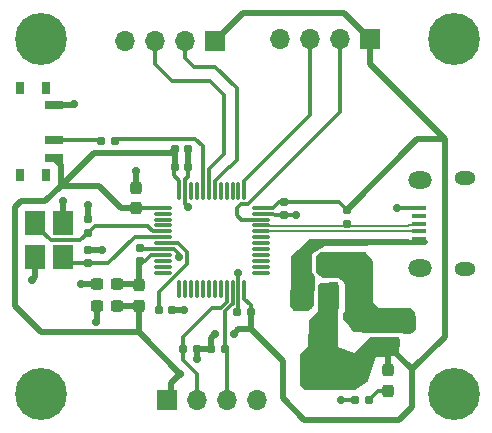
<source format=gbr>
%TF.GenerationSoftware,KiCad,Pcbnew,(6.0.5)*%
%TF.CreationDate,2023-02-15T13:04:29-08:00*%
%TF.ProjectId,STM32tut,53544d33-3274-4757-942e-6b696361645f,rev?*%
%TF.SameCoordinates,Original*%
%TF.FileFunction,Copper,L1,Top*%
%TF.FilePolarity,Positive*%
%FSLAX46Y46*%
G04 Gerber Fmt 4.6, Leading zero omitted, Abs format (unit mm)*
G04 Created by KiCad (PCBNEW (6.0.5)) date 2023-02-15 13:04:29*
%MOMM*%
%LPD*%
G01*
G04 APERTURE LIST*
G04 Aperture macros list*
%AMRoundRect*
0 Rectangle with rounded corners*
0 $1 Rounding radius*
0 $2 $3 $4 $5 $6 $7 $8 $9 X,Y pos of 4 corners*
0 Add a 4 corners polygon primitive as box body*
4,1,4,$2,$3,$4,$5,$6,$7,$8,$9,$2,$3,0*
0 Add four circle primitives for the rounded corners*
1,1,$1+$1,$2,$3*
1,1,$1+$1,$4,$5*
1,1,$1+$1,$6,$7*
1,1,$1+$1,$8,$9*
0 Add four rect primitives between the rounded corners*
20,1,$1+$1,$2,$3,$4,$5,0*
20,1,$1+$1,$4,$5,$6,$7,0*
20,1,$1+$1,$6,$7,$8,$9,0*
20,1,$1+$1,$8,$9,$2,$3,0*%
G04 Aperture macros list end*
%TA.AperFunction,SMDPad,CuDef*%
%ADD10R,0.800000X1.000000*%
%TD*%
%TA.AperFunction,SMDPad,CuDef*%
%ADD11R,1.500000X0.700000*%
%TD*%
%TA.AperFunction,SMDPad,CuDef*%
%ADD12RoundRect,0.155000X-0.155000X0.212500X-0.155000X-0.212500X0.155000X-0.212500X0.155000X0.212500X0*%
%TD*%
%TA.AperFunction,SMDPad,CuDef*%
%ADD13RoundRect,0.075000X-0.662500X-0.075000X0.662500X-0.075000X0.662500X0.075000X-0.662500X0.075000X0*%
%TD*%
%TA.AperFunction,SMDPad,CuDef*%
%ADD14RoundRect,0.075000X-0.075000X-0.662500X0.075000X-0.662500X0.075000X0.662500X-0.075000X0.662500X0*%
%TD*%
%TA.AperFunction,ComponentPad*%
%ADD15R,1.700000X1.700000*%
%TD*%
%TA.AperFunction,ComponentPad*%
%ADD16O,1.700000X1.700000*%
%TD*%
%TA.AperFunction,ComponentPad*%
%ADD17C,4.400000*%
%TD*%
%TA.AperFunction,SMDPad,CuDef*%
%ADD18RoundRect,0.237500X0.300000X0.237500X-0.300000X0.237500X-0.300000X-0.237500X0.300000X-0.237500X0*%
%TD*%
%TA.AperFunction,SMDPad,CuDef*%
%ADD19RoundRect,0.155000X-0.212500X-0.155000X0.212500X-0.155000X0.212500X0.155000X-0.212500X0.155000X0*%
%TD*%
%TA.AperFunction,SMDPad,CuDef*%
%ADD20RoundRect,0.155000X0.212500X0.155000X-0.212500X0.155000X-0.212500X-0.155000X0.212500X-0.155000X0*%
%TD*%
%TA.AperFunction,SMDPad,CuDef*%
%ADD21RoundRect,0.160000X-0.197500X-0.160000X0.197500X-0.160000X0.197500X0.160000X-0.197500X0.160000X0*%
%TD*%
%TA.AperFunction,SMDPad,CuDef*%
%ADD22RoundRect,0.237500X-0.237500X0.287500X-0.237500X-0.287500X0.237500X-0.287500X0.237500X0.287500X0*%
%TD*%
%TA.AperFunction,SMDPad,CuDef*%
%ADD23R,1.800000X2.100000*%
%TD*%
%TA.AperFunction,SMDPad,CuDef*%
%ADD24RoundRect,0.160000X0.197500X0.160000X-0.197500X0.160000X-0.197500X-0.160000X0.197500X-0.160000X0*%
%TD*%
%TA.AperFunction,SMDPad,CuDef*%
%ADD25RoundRect,0.237500X0.237500X-0.300000X0.237500X0.300000X-0.237500X0.300000X-0.237500X-0.300000X0*%
%TD*%
%TA.AperFunction,SMDPad,CuDef*%
%ADD26RoundRect,0.155000X0.155000X-0.212500X0.155000X0.212500X-0.155000X0.212500X-0.155000X-0.212500X0*%
%TD*%
%TA.AperFunction,SMDPad,CuDef*%
%ADD27R,1.500000X2.000000*%
%TD*%
%TA.AperFunction,SMDPad,CuDef*%
%ADD28R,3.800000X2.000000*%
%TD*%
%TA.AperFunction,SMDPad,CuDef*%
%ADD29RoundRect,0.250000X0.475000X-0.337500X0.475000X0.337500X-0.475000X0.337500X-0.475000X-0.337500X0*%
%TD*%
%TA.AperFunction,SMDPad,CuDef*%
%ADD30R,1.300000X0.450000*%
%TD*%
%TA.AperFunction,ComponentPad*%
%ADD31O,1.800000X1.150000*%
%TD*%
%TA.AperFunction,ComponentPad*%
%ADD32O,2.000000X1.450000*%
%TD*%
%TA.AperFunction,SMDPad,CuDef*%
%ADD33RoundRect,0.237500X0.237500X-0.287500X0.237500X0.287500X-0.237500X0.287500X-0.237500X-0.287500X0*%
%TD*%
%TA.AperFunction,SMDPad,CuDef*%
%ADD34RoundRect,0.250000X-0.337500X-0.475000X0.337500X-0.475000X0.337500X0.475000X-0.337500X0.475000X0*%
%TD*%
%TA.AperFunction,SMDPad,CuDef*%
%ADD35RoundRect,0.160000X-0.160000X0.197500X-0.160000X-0.197500X0.160000X-0.197500X0.160000X0.197500X0*%
%TD*%
%TA.AperFunction,ViaPad*%
%ADD36C,0.700000*%
%TD*%
%TA.AperFunction,Conductor*%
%ADD37C,0.300000*%
%TD*%
%TA.AperFunction,Conductor*%
%ADD38C,0.500000*%
%TD*%
%TA.AperFunction,Conductor*%
%ADD39C,0.200000*%
%TD*%
G04 APERTURE END LIST*
D10*
%TO.P,SW1,*%
%TO.N,*%
X120455000Y-69150000D03*
X118245000Y-69150000D03*
X118245000Y-76450000D03*
X120455000Y-76450000D03*
D11*
%TO.P,SW1,1,A*%
%TO.N,GND*%
X121105000Y-70550000D03*
%TO.P,SW1,2,B*%
%TO.N,/SW_BOOT0*%
X121105000Y-73550000D03*
%TO.P,SW1,3,C*%
%TO.N,+3V3*%
X121105000Y-75050000D03*
%TD*%
D12*
%TO.P,C9,1*%
%TO.N,+3V3*%
X140600000Y-78732500D03*
%TO.P,C9,2*%
%TO.N,GND*%
X140600000Y-79867500D03*
%TD*%
D13*
%TO.P,U2,1,VBAT*%
%TO.N,+3V3*%
X130337500Y-79250000D03*
%TO.P,U2,2,PC13*%
%TO.N,unconnected-(U2-Pad2)*%
X130337500Y-79750000D03*
%TO.P,U2,3,PC14*%
%TO.N,unconnected-(U2-Pad3)*%
X130337500Y-80250000D03*
%TO.P,U2,4,PC15*%
%TO.N,unconnected-(U2-Pad4)*%
X130337500Y-80750000D03*
%TO.P,U2,5,PD0*%
%TO.N,/HSE_IN*%
X130337500Y-81250000D03*
%TO.P,U2,6,PD1*%
%TO.N,/HSE_OUT*%
X130337500Y-81750000D03*
%TO.P,U2,7,NRST*%
%TO.N,/NRST*%
X130337500Y-82250000D03*
%TO.P,U2,8,VSSA*%
%TO.N,GND*%
X130337500Y-82750000D03*
%TO.P,U2,9,VDDA*%
%TO.N,+3.3VA*%
X130337500Y-83250000D03*
%TO.P,U2,10,PA0*%
%TO.N,unconnected-(U2-Pad10)*%
X130337500Y-83750000D03*
%TO.P,U2,11,PA1*%
%TO.N,unconnected-(U2-Pad11)*%
X130337500Y-84250000D03*
%TO.P,U2,12,PA2*%
%TO.N,unconnected-(U2-Pad12)*%
X130337500Y-84750000D03*
D14*
%TO.P,U2,13,PA3*%
%TO.N,unconnected-(U2-Pad13)*%
X131750000Y-86162500D03*
%TO.P,U2,14,PA4*%
%TO.N,unconnected-(U2-Pad14)*%
X132250000Y-86162500D03*
%TO.P,U2,15,PA5*%
%TO.N,unconnected-(U2-Pad15)*%
X132750000Y-86162500D03*
%TO.P,U2,16,PA6*%
%TO.N,unconnected-(U2-Pad16)*%
X133250000Y-86162500D03*
%TO.P,U2,17,PA7*%
%TO.N,unconnected-(U2-Pad17)*%
X133750000Y-86162500D03*
%TO.P,U2,18,PB0*%
%TO.N,unconnected-(U2-Pad18)*%
X134250000Y-86162500D03*
%TO.P,U2,19,PB1*%
%TO.N,unconnected-(U2-Pad19)*%
X134750000Y-86162500D03*
%TO.P,U2,20,PB2*%
%TO.N,unconnected-(U2-Pad20)*%
X135250000Y-86162500D03*
%TO.P,U2,21,PB10*%
%TO.N,/I2C2_SCL*%
X135750000Y-86162500D03*
%TO.P,U2,22,PB11*%
%TO.N,/I2C2_SDA*%
X136250000Y-86162500D03*
%TO.P,U2,23,VSS*%
%TO.N,GND*%
X136750000Y-86162500D03*
%TO.P,U2,24,VDD*%
%TO.N,+3V3*%
X137250000Y-86162500D03*
D13*
%TO.P,U2,25,PB12*%
%TO.N,unconnected-(U2-Pad25)*%
X138662500Y-84750000D03*
%TO.P,U2,26,PB13*%
%TO.N,unconnected-(U2-Pad26)*%
X138662500Y-84250000D03*
%TO.P,U2,27,PB14*%
%TO.N,unconnected-(U2-Pad27)*%
X138662500Y-83750000D03*
%TO.P,U2,28,PB15*%
%TO.N,unconnected-(U2-Pad28)*%
X138662500Y-83250000D03*
%TO.P,U2,29,PA8*%
%TO.N,unconnected-(U2-Pad29)*%
X138662500Y-82750000D03*
%TO.P,U2,30,PA9*%
%TO.N,unconnected-(U2-Pad30)*%
X138662500Y-82250000D03*
%TO.P,U2,31,PA10*%
%TO.N,unconnected-(U2-Pad31)*%
X138662500Y-81750000D03*
%TO.P,U2,32,PA11*%
%TO.N,/USB_D-*%
X138662500Y-81250000D03*
%TO.P,U2,33,PA12*%
%TO.N,/USB_D+*%
X138662500Y-80750000D03*
%TO.P,U2,34,PA13*%
%TO.N,/SWDIO*%
X138662500Y-80250000D03*
%TO.P,U2,35,VSS*%
%TO.N,GND*%
X138662500Y-79750000D03*
%TO.P,U2,36,VDD*%
%TO.N,+3V3*%
X138662500Y-79250000D03*
D14*
%TO.P,U2,37,PA14*%
%TO.N,/SWCLK*%
X137250000Y-77837500D03*
%TO.P,U2,38,PA15*%
%TO.N,unconnected-(U2-Pad38)*%
X136750000Y-77837500D03*
%TO.P,U2,39,PB3*%
%TO.N,unconnected-(U2-Pad39)*%
X136250000Y-77837500D03*
%TO.P,U2,40,PB4*%
%TO.N,unconnected-(U2-Pad40)*%
X135750000Y-77837500D03*
%TO.P,U2,41,PB5*%
%TO.N,unconnected-(U2-Pad41)*%
X135250000Y-77837500D03*
%TO.P,U2,42,PB6*%
%TO.N,/UART1_TX*%
X134750000Y-77837500D03*
%TO.P,U2,43,PB7*%
%TO.N,/UART1_RX*%
X134250000Y-77837500D03*
%TO.P,U2,44,BOOT0*%
%TO.N,/BOOT0*%
X133750000Y-77837500D03*
%TO.P,U2,45,PB8*%
%TO.N,unconnected-(U2-Pad45)*%
X133250000Y-77837500D03*
%TO.P,U2,46,PB9*%
%TO.N,unconnected-(U2-Pad46)*%
X132750000Y-77837500D03*
%TO.P,U2,47,VSS*%
%TO.N,GND*%
X132250000Y-77837500D03*
%TO.P,U2,48,VDD*%
%TO.N,+3V3*%
X131750000Y-77837500D03*
%TD*%
D15*
%TO.P,J1,1,Pin_1*%
%TO.N,+3V3*%
X134800000Y-65100000D03*
D16*
%TO.P,J1,2,Pin_2*%
%TO.N,/UART1_TX*%
X132260000Y-65100000D03*
%TO.P,J1,3,Pin_3*%
%TO.N,/UART1_RX*%
X129720000Y-65100000D03*
%TO.P,J1,4,Pin_4*%
%TO.N,GND*%
X127180000Y-65100000D03*
%TD*%
D17*
%TO.P,H4,1,1*%
%TO.N,GND*%
X155000000Y-95000000D03*
%TD*%
D18*
%TO.P,C13,1*%
%TO.N,+3V3*%
X126500000Y-87600000D03*
%TO.P,C13,2*%
%TO.N,GND*%
X124775000Y-87600000D03*
%TD*%
D19*
%TO.P,C10,1*%
%TO.N,+3V3*%
X131332500Y-75800000D03*
%TO.P,C10,2*%
%TO.N,GND*%
X132467500Y-75800000D03*
%TD*%
%TO.P,C5,1*%
%TO.N,/NRST*%
X130000000Y-87900000D03*
%TO.P,C5,2*%
%TO.N,GND*%
X131135000Y-87900000D03*
%TD*%
D15*
%TO.P,J2,1,Pin_1*%
%TO.N,+3V3*%
X130700000Y-95500000D03*
D16*
%TO.P,J2,2,Pin_2*%
%TO.N,/I2C2_SCL*%
X133240000Y-95500000D03*
%TO.P,J2,3,Pin_3*%
%TO.N,/I2C2_SDA*%
X135780000Y-95500000D03*
%TO.P,J2,4,Pin_4*%
%TO.N,GND*%
X138320000Y-95500000D03*
%TD*%
D18*
%TO.P,C12,1*%
%TO.N,+3.3VA*%
X126500000Y-85700000D03*
%TO.P,C12,2*%
%TO.N,GND*%
X124775000Y-85700000D03*
%TD*%
D20*
%TO.P,C8,1*%
%TO.N,+3V3*%
X137767500Y-88100000D03*
%TO.P,C8,2*%
%TO.N,GND*%
X136632500Y-88100000D03*
%TD*%
D21*
%TO.P,R3,1*%
%TO.N,+3V3*%
X134442500Y-91200000D03*
%TO.P,R3,2*%
%TO.N,/I2C2_SDA*%
X135637500Y-91200000D03*
%TD*%
D22*
%TO.P,FB1,1*%
%TO.N,+3.3VA*%
X128300000Y-85825000D03*
%TO.P,FB1,2*%
%TO.N,+3V3*%
X128300000Y-87575000D03*
%TD*%
D23*
%TO.P,Y1,1,1*%
%TO.N,/HSE_IN*%
X119550000Y-80550000D03*
%TO.P,Y1,2,2*%
%TO.N,GND*%
X119550000Y-83450000D03*
%TO.P,Y1,3,3*%
%TO.N,/HSE_OUT*%
X121850000Y-83450000D03*
%TO.P,Y1,4,4*%
%TO.N,GND*%
X121850000Y-80550000D03*
%TD*%
D24*
%TO.P,R2,1*%
%TO.N,+3V3*%
X133237500Y-91200000D03*
%TO.P,R2,2*%
%TO.N,/I2C2_SCL*%
X132042500Y-91200000D03*
%TD*%
D25*
%TO.P,C3,1*%
%TO.N,+3V3*%
X128100000Y-79262500D03*
%TO.P,C3,2*%
%TO.N,GND*%
X128100000Y-77537500D03*
%TD*%
D26*
%TO.P,C4,1*%
%TO.N,/HSE_IN*%
X124000000Y-81367500D03*
%TO.P,C4,2*%
%TO.N,GND*%
X124000000Y-80232500D03*
%TD*%
D15*
%TO.P,J3,1,Pin_1*%
%TO.N,+3V3*%
X147900000Y-65000000D03*
D16*
%TO.P,J3,2,Pin_2*%
%TO.N,/SWDIO*%
X145360000Y-65000000D03*
%TO.P,J3,3,Pin_3*%
%TO.N,/SWCLK*%
X142820000Y-65000000D03*
%TO.P,J3,4,Pin_4*%
%TO.N,GND*%
X140280000Y-65000000D03*
%TD*%
D27*
%TO.P,U1,1,GND*%
%TO.N,GND*%
X146800000Y-86850000D03*
D28*
%TO.P,U1,2,VO*%
%TO.N,+3V3*%
X144500000Y-93150000D03*
D27*
X144500000Y-86850000D03*
%TO.P,U1,3,VI*%
%TO.N,VBUS*%
X142200000Y-86850000D03*
%TD*%
D24*
%TO.P,R1,1*%
%TO.N,/POWER_LED_K*%
X147795000Y-95500000D03*
%TO.P,R1,2*%
%TO.N,GND*%
X146600000Y-95500000D03*
%TD*%
D17*
%TO.P,H1,1,1*%
%TO.N,GND*%
X155000000Y-65000000D03*
%TD*%
D19*
%TO.P,C6,1*%
%TO.N,+3V3*%
X131332500Y-74300000D03*
%TO.P,C6,2*%
%TO.N,GND*%
X132467500Y-74300000D03*
%TD*%
D29*
%TO.P,C2,1*%
%TO.N,+3V3*%
X149400000Y-90937500D03*
%TO.P,C2,2*%
%TO.N,GND*%
X149400000Y-88862500D03*
%TD*%
D17*
%TO.P,H2,1,1*%
%TO.N,GND*%
X120000000Y-65000000D03*
%TD*%
D30*
%TO.P,J4,1,VBUS*%
%TO.N,VBUS*%
X152045000Y-81900000D03*
%TO.P,J4,2,D-*%
%TO.N,/USB_D-*%
X152045000Y-81250000D03*
%TO.P,J4,3,D+*%
%TO.N,/USB_D+*%
X152045000Y-80600000D03*
%TO.P,J4,4,ID*%
%TO.N,unconnected-(J4-Pad4)*%
X152045000Y-79950000D03*
%TO.P,J4,5,GND*%
%TO.N,GND*%
X152045000Y-79300000D03*
D31*
%TO.P,J4,6,Shield*%
%TO.N,unconnected-(J4-Pad6)*%
X155895000Y-76725000D03*
D32*
X152095000Y-76875000D03*
X152095000Y-84325000D03*
D31*
X155895000Y-84475000D03*
%TD*%
D21*
%TO.P,R4,2*%
%TO.N,/BOOT0*%
X126297500Y-73600000D03*
%TO.P,R4,1*%
%TO.N,/SW_BOOT0*%
X125102500Y-73600000D03*
%TD*%
D26*
%TO.P,C7,1*%
%TO.N,/HSE_OUT*%
X124000000Y-83967500D03*
%TO.P,C7,2*%
%TO.N,GND*%
X124000000Y-82832500D03*
%TD*%
%TO.P,C11,1*%
%TO.N,+3.3VA*%
X128400000Y-83767500D03*
%TO.P,C11,2*%
%TO.N,GND*%
X128400000Y-82632500D03*
%TD*%
D17*
%TO.P,H3,1,1*%
%TO.N,GND*%
X120000000Y-95000000D03*
%TD*%
D33*
%TO.P,D1,1,K*%
%TO.N,/POWER_LED_K*%
X149400000Y-94775000D03*
%TO.P,D1,2,A*%
%TO.N,+3V3*%
X149400000Y-93025000D03*
%TD*%
D34*
%TO.P,C1,1*%
%TO.N,VBUS*%
X142162500Y-84100000D03*
%TO.P,C1,2*%
%TO.N,GND*%
X144237500Y-84100000D03*
%TD*%
D35*
%TO.P,R5,1*%
%TO.N,+3V3*%
X145900000Y-79402500D03*
%TO.P,R5,2*%
%TO.N,/USB_D+*%
X145900000Y-80597500D03*
%TD*%
D36*
%TO.N,GND*%
X150200000Y-79300000D03*
X141600000Y-79900000D03*
X122800000Y-70500000D03*
X121900000Y-78700000D03*
X119300000Y-85400000D03*
%TO.N,+3V3*%
X131800000Y-93300000D03*
X133200000Y-92100000D03*
X134800000Y-89900000D03*
X136337000Y-89900000D03*
%TO.N,GND*%
X145400000Y-95500000D03*
X145600000Y-83800000D03*
X145600000Y-84700000D03*
X151000000Y-88800000D03*
X147300000Y-88500000D03*
X146200000Y-88500000D03*
X124000000Y-79000000D03*
X125200000Y-82800000D03*
X132500000Y-79200000D03*
X124700000Y-88900000D03*
X123400000Y-85700000D03*
X131700000Y-83400000D03*
X136700000Y-84800000D03*
X132100000Y-87900000D03*
X128100000Y-76100000D03*
%TD*%
D37*
%TO.N,GND*%
X152045000Y-79300000D02*
X150200000Y-79300000D01*
D38*
%TO.N,+3V3*%
X137100000Y-62800000D02*
X134800000Y-65100000D01*
X145700000Y-62800000D02*
X137100000Y-62800000D01*
X147900000Y-65000000D02*
X145700000Y-62800000D01*
D37*
%TO.N,GND*%
X141567500Y-79867500D02*
X141600000Y-79900000D01*
X140600000Y-79867500D02*
X141567500Y-79867500D01*
D38*
%TO.N,+3V3*%
X154200000Y-73400000D02*
X151902500Y-73400000D01*
X151902500Y-73400000D02*
X145900000Y-79402500D01*
D37*
X145230000Y-78732500D02*
X145900000Y-79402500D01*
X140600000Y-78732500D02*
X145230000Y-78732500D01*
D38*
X147900000Y-67100000D02*
X147900000Y-65000000D01*
X154200000Y-90200000D02*
X154200000Y-73400000D01*
X151462500Y-92937500D02*
X154200000Y-90200000D01*
X151400000Y-92937500D02*
X151462500Y-92937500D01*
X154200000Y-73400000D02*
X147900000Y-67100000D01*
X126762500Y-79262500D02*
X128100000Y-79262500D01*
X124900000Y-77400000D02*
X126762500Y-79262500D01*
X121700000Y-77400000D02*
X124900000Y-77400000D01*
X131032500Y-74600000D02*
X131332500Y-74300000D01*
X124500000Y-74600000D02*
X131032500Y-74600000D01*
X121700000Y-77400000D02*
X124500000Y-74600000D01*
%TO.N,GND*%
X122750000Y-70550000D02*
X122800000Y-70500000D01*
X121105000Y-70550000D02*
X122750000Y-70550000D01*
%TO.N,+3V3*%
X121700000Y-75645000D02*
X121105000Y-75050000D01*
X121700000Y-77400000D02*
X121700000Y-75645000D01*
X120400000Y-78700000D02*
X121700000Y-77400000D01*
X117800000Y-79200000D02*
X118300000Y-78700000D01*
X117800000Y-87600000D02*
X117800000Y-79200000D01*
X120000000Y-89800000D02*
X117800000Y-87600000D01*
X128300000Y-89800000D02*
X120000000Y-89800000D01*
X118300000Y-78700000D02*
X120400000Y-78700000D01*
%TO.N,GND*%
X121850000Y-78750000D02*
X121900000Y-78700000D01*
X121850000Y-80550000D02*
X121850000Y-78750000D01*
X119550000Y-85150000D02*
X119300000Y-85400000D01*
X119550000Y-83450000D02*
X119550000Y-85150000D01*
%TO.N,+3.3VA*%
X128300000Y-83867500D02*
X128400000Y-83767500D01*
X128300000Y-85825000D02*
X128300000Y-83867500D01*
X128175000Y-85700000D02*
X128300000Y-85825000D01*
X126500000Y-85700000D02*
X128175000Y-85700000D01*
%TO.N,+3V3*%
X131800000Y-93300000D02*
X128300000Y-89800000D01*
X128300000Y-89800000D02*
X128300000Y-87575000D01*
X126525000Y-87575000D02*
X126500000Y-87600000D01*
X128300000Y-87575000D02*
X126525000Y-87575000D01*
X131000000Y-94100000D02*
X131000000Y-95200000D01*
X131800000Y-93300000D02*
X131000000Y-94100000D01*
X131000000Y-95200000D02*
X130700000Y-95500000D01*
X133237500Y-91200000D02*
X133237500Y-92062500D01*
X133237500Y-92062500D02*
X133200000Y-92100000D01*
X133237500Y-91200000D02*
X134442500Y-91200000D01*
X134442500Y-90257500D02*
X134800000Y-89900000D01*
X134442500Y-91200000D02*
X134442500Y-90257500D01*
X136729500Y-89507500D02*
X136337000Y-89900000D01*
X137767500Y-89507500D02*
X136729500Y-89507500D01*
X151400000Y-92937500D02*
X149400000Y-90937500D01*
X151400000Y-96100000D02*
X151400000Y-92937500D01*
X150300000Y-97200000D02*
X151400000Y-96100000D01*
X142300000Y-97200000D02*
X150300000Y-97200000D01*
X140500000Y-95400000D02*
X142300000Y-97200000D01*
X140500000Y-92240000D02*
X140500000Y-95400000D01*
X137767500Y-89507500D02*
X140500000Y-92240000D01*
X137767500Y-88100000D02*
X137767500Y-89507500D01*
D37*
%TO.N,GND*%
X146600000Y-95500000D02*
X145400000Y-95500000D01*
%TO.N,/POWER_LED_K*%
X148520000Y-94775000D02*
X147795000Y-95500000D01*
X149400000Y-94775000D02*
X148520000Y-94775000D01*
D38*
%TO.N,+3V3*%
X149400000Y-90937500D02*
X149400000Y-93025000D01*
%TO.N,GND*%
X124000000Y-80232500D02*
X124000000Y-79000000D01*
X125167500Y-82832500D02*
X125200000Y-82800000D01*
X124000000Y-82832500D02*
X125167500Y-82832500D01*
D37*
X132250000Y-78950000D02*
X132500000Y-79200000D01*
X132250000Y-77837500D02*
X132250000Y-78950000D01*
%TO.N,/SWDIO*%
X137575480Y-78924520D02*
X145360000Y-71140000D01*
X136975480Y-78924520D02*
X137575480Y-78924520D01*
X136600000Y-79900000D02*
X136600000Y-79300000D01*
X145360000Y-71140000D02*
X145360000Y-65000000D01*
X136950000Y-80250000D02*
X136600000Y-79900000D01*
X136600000Y-79300000D02*
X136975480Y-78924520D01*
X138662500Y-80250000D02*
X136950000Y-80250000D01*
D38*
%TO.N,GND*%
X124775000Y-88825000D02*
X124700000Y-88900000D01*
X124775000Y-87600000D02*
X124775000Y-88825000D01*
X124775000Y-85700000D02*
X123400000Y-85700000D01*
D37*
X131700000Y-83200000D02*
X131700000Y-83400000D01*
X131250000Y-82750000D02*
X131700000Y-83200000D01*
X130337500Y-82750000D02*
X131250000Y-82750000D01*
%TO.N,/NRST*%
X132400000Y-84025361D02*
X130000000Y-86425361D01*
X131650000Y-82250000D02*
X132400000Y-83000000D01*
X130000000Y-86425361D02*
X130000000Y-87900000D01*
X130337500Y-82250000D02*
X131650000Y-82250000D01*
X132400000Y-83000000D02*
X132400000Y-84025361D01*
%TO.N,GND*%
X136750000Y-84850000D02*
X136700000Y-84800000D01*
X136750000Y-86162500D02*
X136750000Y-84850000D01*
D38*
X131135000Y-87900000D02*
X132100000Y-87900000D01*
X128100000Y-77537500D02*
X128100000Y-76100000D01*
D37*
%TO.N,/I2C2_SCL*%
X132042500Y-91200000D02*
X132042500Y-92142500D01*
X132042500Y-92142500D02*
X133240000Y-93340000D01*
X133240000Y-93340000D02*
X133240000Y-95500000D01*
X132042500Y-90157500D02*
X132042500Y-91200000D01*
X134500000Y-87700000D02*
X132042500Y-90157500D01*
X135750000Y-87195073D02*
X135245073Y-87700000D01*
X135245073Y-87700000D02*
X134500000Y-87700000D01*
X135750000Y-86162500D02*
X135750000Y-87195073D01*
%TO.N,/I2C2_SDA*%
X136211021Y-87440480D02*
X135637500Y-88014001D01*
X136234700Y-87440480D02*
X136211021Y-87440480D01*
X135637500Y-88014001D02*
X135637500Y-91200000D01*
X136250000Y-87425180D02*
X136234700Y-87440480D01*
X136250000Y-86162500D02*
X136250000Y-87425180D01*
X135780000Y-91342500D02*
X135780000Y-95500000D01*
X135637500Y-91200000D02*
X135780000Y-91342500D01*
%TO.N,/SW_BOOT0*%
X125052500Y-73550000D02*
X125102500Y-73600000D01*
X121105000Y-73550000D02*
X125052500Y-73550000D01*
%TO.N,/BOOT0*%
X133750000Y-74050000D02*
X133100000Y-73400000D01*
X133100000Y-73400000D02*
X126497500Y-73400000D01*
X126497500Y-73400000D02*
X126297500Y-73600000D01*
X133750000Y-77837500D02*
X133750000Y-74050000D01*
%TO.N,/UART1_RX*%
X129720000Y-67120000D02*
X129720000Y-65100000D01*
X131100000Y-68500000D02*
X129720000Y-67120000D01*
X134300000Y-68500000D02*
X131100000Y-68500000D01*
X135500000Y-69700000D02*
X134300000Y-68500000D01*
X135500000Y-74700000D02*
X135500000Y-69700000D01*
X134250000Y-75950000D02*
X135500000Y-74700000D01*
X134250000Y-77837500D02*
X134250000Y-75950000D01*
%TO.N,/UART1_TX*%
X132260000Y-66560000D02*
X132260000Y-65100000D01*
X133000000Y-67300000D02*
X132260000Y-66560000D01*
X134800000Y-67300000D02*
X133000000Y-67300000D01*
X136600000Y-69100000D02*
X134800000Y-67300000D01*
X136600000Y-75200000D02*
X136600000Y-69100000D01*
X136000000Y-75800000D02*
X136600000Y-75200000D01*
X135949639Y-75800000D02*
X136000000Y-75800000D01*
X134750000Y-76999639D02*
X135949639Y-75800000D01*
X134750000Y-77837500D02*
X134750000Y-76999639D01*
%TO.N,/SWCLK*%
X142820000Y-71380000D02*
X142820000Y-65000000D01*
X137250000Y-76950000D02*
X142820000Y-71380000D01*
X137250000Y-77837500D02*
X137250000Y-76950000D01*
D39*
%TO.N,/USB_D+*%
X151095489Y-80725489D02*
X151919511Y-80725489D01*
X151095489Y-80799999D02*
X151095489Y-80725489D01*
%TO.N,/USB_D-*%
X138662500Y-81250000D02*
X152045000Y-81250000D01*
%TO.N,/USB_D+*%
X138712499Y-80799999D02*
X151095489Y-80799999D01*
X151919511Y-80725489D02*
X152045000Y-80600000D01*
X138662500Y-80750000D02*
X138712499Y-80799999D01*
%TO.N,/USB_D-*%
X138687499Y-81225001D02*
X138700000Y-81225000D01*
X138662500Y-81250000D02*
X138687499Y-81225001D01*
%TO.N,/USB_D+*%
X138687499Y-80774999D02*
X138700000Y-80775000D01*
X138662500Y-80750000D02*
X138687499Y-80774999D01*
D37*
%TO.N,/HSE_IN*%
X123367500Y-82000000D02*
X124000000Y-81367500D01*
X120850000Y-82000000D02*
X123367500Y-82000000D01*
X119550000Y-80550000D02*
X119550000Y-80700000D01*
X119550000Y-80700000D02*
X120850000Y-82000000D01*
X124567500Y-80800000D02*
X124000000Y-81367500D01*
X129100000Y-80850361D02*
X129100000Y-80800000D01*
X129100000Y-80800000D02*
X124567500Y-80800000D01*
X129499639Y-81250000D02*
X129100000Y-80850361D01*
X130337500Y-81250000D02*
X129499639Y-81250000D01*
%TO.N,/HSE_OUT*%
X124000000Y-83967500D02*
X122367500Y-83967500D01*
X122367500Y-83967500D02*
X121850000Y-83450000D01*
X125732500Y-83967500D02*
X124000000Y-83967500D01*
X127950000Y-81750000D02*
X125732500Y-83967500D01*
X130337500Y-81750000D02*
X127950000Y-81750000D01*
%TO.N,+3V3*%
X128112500Y-79250000D02*
X128100000Y-79262500D01*
X130337500Y-79250000D02*
X128112500Y-79250000D01*
%TO.N,+3.3VA*%
X128832500Y-83767500D02*
X128400000Y-83767500D01*
X129350000Y-83250000D02*
X128832500Y-83767500D01*
X130337500Y-83250000D02*
X129350000Y-83250000D01*
%TO.N,GND*%
X128517500Y-82750000D02*
X128400000Y-82632500D01*
X130337500Y-82750000D02*
X128517500Y-82750000D01*
X136750000Y-87982500D02*
X136632500Y-88100000D01*
X136750000Y-86162500D02*
X136750000Y-87982500D01*
%TO.N,+3V3*%
X137767500Y-87467500D02*
X137767500Y-88100000D01*
X137250000Y-86950000D02*
X137767500Y-87467500D01*
X137250000Y-86162500D02*
X137250000Y-86950000D01*
%TO.N,GND*%
X139800000Y-79900000D02*
X140567500Y-79900000D01*
X140567500Y-79900000D02*
X140600000Y-79867500D01*
X139650000Y-79750000D02*
X139800000Y-79900000D01*
X138662500Y-79750000D02*
X139650000Y-79750000D01*
%TO.N,+3V3*%
X140167500Y-78732500D02*
X140600000Y-78732500D01*
X139650000Y-79250000D02*
X140167500Y-78732500D01*
X138662500Y-79250000D02*
X139650000Y-79250000D01*
D38*
%TO.N,GND*%
X132467500Y-74300000D02*
X132467500Y-75800000D01*
%TO.N,+3V3*%
X131332500Y-74300000D02*
X131332500Y-75800000D01*
D37*
X131300000Y-76500000D02*
X131300000Y-75832500D01*
X131300000Y-75832500D02*
X131332500Y-75800000D01*
X131750000Y-76950000D02*
X131300000Y-76500000D01*
X131750000Y-77837500D02*
X131750000Y-76950000D01*
%TO.N,GND*%
X132467500Y-76632500D02*
X132467500Y-75800000D01*
X132250000Y-76850000D02*
X132467500Y-76632500D01*
X132250000Y-77837500D02*
X132250000Y-76850000D01*
%TD*%
%TA.AperFunction,Conductor*%
%TO.N,GND*%
G36*
X147510169Y-83020002D02*
G01*
X147537714Y-83044000D01*
X148069666Y-83664610D01*
X148098812Y-83729349D01*
X148100000Y-83746610D01*
X148100000Y-87200000D01*
X148600000Y-87700000D01*
X151247810Y-87700000D01*
X151315931Y-87720002D01*
X151336905Y-87736905D01*
X151666764Y-88066764D01*
X151700790Y-88129076D01*
X151703348Y-88146878D01*
X151738180Y-88634514D01*
X151795901Y-89442612D01*
X151780803Y-89511985D01*
X151759316Y-89540684D01*
X151437975Y-89862025D01*
X151375663Y-89896051D01*
X151346309Y-89898904D01*
X150112610Y-89873726D01*
X150075516Y-89867346D01*
X150075356Y-89867293D01*
X150029861Y-89852203D01*
X149925400Y-89841500D01*
X148874600Y-89841500D01*
X148871354Y-89841837D01*
X148871350Y-89841837D01*
X148850544Y-89843996D01*
X148826303Y-89846511D01*
X148810735Y-89847158D01*
X147947287Y-89829536D01*
X146565774Y-89801342D01*
X146498076Y-89779954D01*
X146463507Y-89745260D01*
X146300974Y-89501461D01*
X146300000Y-89500000D01*
X146000000Y-89100000D01*
X145627611Y-88634513D01*
X145600675Y-88568825D01*
X145600000Y-88555802D01*
X145600000Y-88272931D01*
X145620002Y-88204810D01*
X145625174Y-88197366D01*
X145695229Y-88103892D01*
X145695230Y-88103890D01*
X145700615Y-88096705D01*
X145751745Y-87960316D01*
X145758500Y-87898134D01*
X145758500Y-85801866D01*
X145751745Y-85739684D01*
X145700615Y-85603295D01*
X145613261Y-85486739D01*
X145535552Y-85428499D01*
X145503887Y-85404767D01*
X145503884Y-85404765D01*
X145496705Y-85399385D01*
X145451923Y-85382597D01*
X145420556Y-85365417D01*
X145200000Y-85200000D01*
X143945618Y-85200000D01*
X143877497Y-85179998D01*
X143864955Y-85170796D01*
X143345337Y-84737781D01*
X143305810Y-84678805D01*
X143300000Y-84640985D01*
X143300000Y-83371340D01*
X143320002Y-83303219D01*
X143361173Y-83263296D01*
X143770074Y-83017955D01*
X143834899Y-83000000D01*
X147442048Y-83000000D01*
X147510169Y-83020002D01*
G37*
%TD.AperFunction*%
%TD*%
%TA.AperFunction,Conductor*%
%TO.N,+3V3*%
G36*
X145134919Y-85524386D02*
G01*
X145184878Y-85574830D01*
X145200000Y-85634680D01*
X145200000Y-91000000D01*
X146538152Y-91552009D01*
X147963781Y-90233497D01*
X148027374Y-90201928D01*
X148049334Y-90200000D01*
X150265879Y-90200000D01*
X150334000Y-90220002D01*
X150380493Y-90273658D01*
X150391634Y-90333860D01*
X150307004Y-91687936D01*
X150282791Y-91754676D01*
X150226340Y-91797731D01*
X150187874Y-91805901D01*
X148400000Y-91900000D01*
X148393708Y-91918782D01*
X147713243Y-93949857D01*
X147672637Y-94008095D01*
X147657697Y-94018408D01*
X146577995Y-94654080D01*
X146514072Y-94671501D01*
X146349064Y-94671501D01*
X146346205Y-94671764D01*
X146346197Y-94671764D01*
X146312424Y-94674867D01*
X146279781Y-94677866D01*
X146273403Y-94679865D01*
X146273402Y-94679865D01*
X146227551Y-94694234D01*
X146189872Y-94700000D01*
X145740657Y-94700000D01*
X145689409Y-94689107D01*
X145672787Y-94681706D01*
X145672779Y-94681703D01*
X145666752Y-94679020D01*
X145578492Y-94660260D01*
X145496689Y-94642872D01*
X145496685Y-94642872D01*
X145490232Y-94641500D01*
X145309768Y-94641500D01*
X145303315Y-94642872D01*
X145303311Y-94642872D01*
X145139706Y-94677647D01*
X145139703Y-94677648D01*
X145133248Y-94679020D01*
X145110595Y-94689106D01*
X145059345Y-94700000D01*
X142363000Y-94700000D01*
X142294879Y-94679998D01*
X142262200Y-94649600D01*
X142025200Y-94333600D01*
X142000329Y-94267102D01*
X142000000Y-94258000D01*
X142000000Y-91652190D01*
X142020002Y-91584069D01*
X142036905Y-91563095D01*
X142600000Y-91000000D01*
X142697781Y-88848818D01*
X142720856Y-88781675D01*
X142734556Y-88765444D01*
X143201052Y-88298948D01*
X143214582Y-88287217D01*
X143306080Y-88218643D01*
X143306081Y-88218642D01*
X143313261Y-88213261D01*
X143392598Y-88107402D01*
X143400000Y-88100000D01*
X143400000Y-88097526D01*
X143400615Y-88096705D01*
X143451745Y-87960316D01*
X143458500Y-87898134D01*
X143458500Y-85893690D01*
X143478502Y-85825569D01*
X143495405Y-85804595D01*
X143666523Y-85633477D01*
X143728835Y-85599451D01*
X143747237Y-85596851D01*
X145065619Y-85508959D01*
X145134919Y-85524386D01*
G37*
%TD.AperFunction*%
%TD*%
%TA.AperFunction,Conductor*%
%TO.N,VBUS*%
G36*
X151084889Y-81878502D02*
G01*
X151092333Y-81883674D01*
X151141108Y-81920229D01*
X151141110Y-81920230D01*
X151148295Y-81925615D01*
X151284684Y-81976745D01*
X151346866Y-81983500D01*
X152677333Y-81983500D01*
X152745454Y-82003502D01*
X152791947Y-82057158D01*
X152802051Y-82127432D01*
X152772557Y-82192012D01*
X152752933Y-82210300D01*
X152532935Y-82375299D01*
X152466437Y-82400170D01*
X152458835Y-82400490D01*
X151361303Y-82413556D01*
X144100000Y-82500000D01*
X143000000Y-83200000D01*
X143000000Y-84700000D01*
X143010347Y-84715521D01*
X143010348Y-84715523D01*
X143177363Y-84966044D01*
X143198432Y-85040779D01*
X143102214Y-87542439D01*
X143079609Y-87609740D01*
X143055020Y-87635984D01*
X142634514Y-87972389D01*
X142568825Y-87999325D01*
X142555802Y-88000000D01*
X141471340Y-88000000D01*
X141403219Y-87979998D01*
X141363296Y-87938827D01*
X141118809Y-87531348D01*
X141100891Y-87463453D01*
X141160976Y-85000000D01*
X141198771Y-83450384D01*
X141220429Y-83382771D01*
X141235639Y-83364361D01*
X141798214Y-82801786D01*
X141801846Y-82798296D01*
X142233333Y-82400000D01*
X142783760Y-81891914D01*
X142847380Y-81860407D01*
X142869221Y-81858500D01*
X151016768Y-81858500D01*
X151084889Y-81878502D01*
G37*
%TD.AperFunction*%
%TD*%
M02*

</source>
